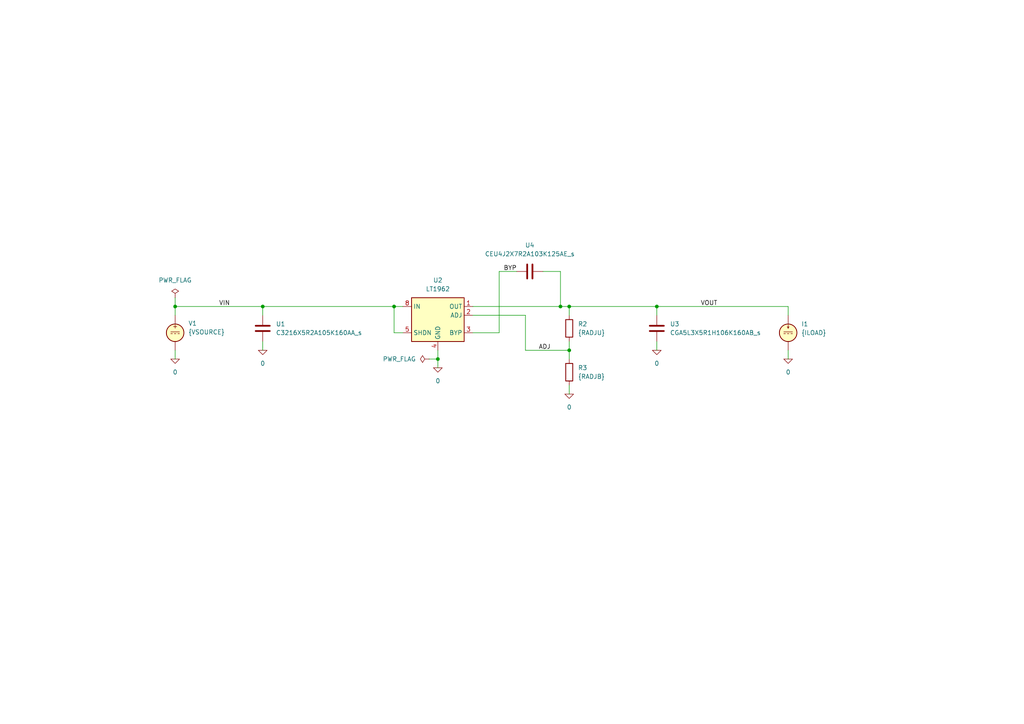
<source format=kicad_sch>
(kicad_sch
	(version 20231120)
	(generator "eeschema")
	(generator_version "8.0")
	(uuid "6a865e80-4efe-4c47-8418-caa87cb319ae")
	(paper "A4")
	(title_block
		(title "300mA, low noise, micropower LDO regulator")
		(date "2024-11-26")
		(rev "2")
		(company "astroelectronic@")
		(comment 1 "-")
		(comment 2 "-")
		(comment 3 "-")
		(comment 4 "AE01005962")
	)
	(lib_symbols
		(symbol "C_1"
			(pin_numbers hide)
			(pin_names
				(offset 0.254)
			)
			(exclude_from_sim no)
			(in_bom yes)
			(on_board yes)
			(property "Reference" "C"
				(at 0.635 2.54 0)
				(effects
					(font
						(size 1.27 1.27)
					)
					(justify left)
				)
			)
			(property "Value" "C_1"
				(at 0.635 -2.54 0)
				(effects
					(font
						(size 1.27 1.27)
					)
					(justify left)
				)
			)
			(property "Footprint" ""
				(at 0.9652 -3.81 0)
				(effects
					(font
						(size 1.27 1.27)
					)
					(hide yes)
				)
			)
			(property "Datasheet" "~"
				(at 0 0 0)
				(effects
					(font
						(size 1.27 1.27)
					)
					(hide yes)
				)
			)
			(property "Description" "Unpolarized capacitor"
				(at 0 0 0)
				(effects
					(font
						(size 1.27 1.27)
					)
					(hide yes)
				)
			)
			(property "ki_keywords" "cap capacitor"
				(at 0 0 0)
				(effects
					(font
						(size 1.27 1.27)
					)
					(hide yes)
				)
			)
			(property "ki_fp_filters" "C_*"
				(at 0 0 0)
				(effects
					(font
						(size 1.27 1.27)
					)
					(hide yes)
				)
			)
			(symbol "C_1_0_1"
				(polyline
					(pts
						(xy -2.032 -0.762) (xy 2.032 -0.762)
					)
					(stroke
						(width 0.508)
						(type default)
					)
					(fill
						(type none)
					)
				)
				(polyline
					(pts
						(xy -2.032 0.762) (xy 2.032 0.762)
					)
					(stroke
						(width 0.508)
						(type default)
					)
					(fill
						(type none)
					)
				)
			)
			(symbol "C_1_1_1"
				(pin passive line
					(at 0 3.81 270)
					(length 2.794)
					(name "~"
						(effects
							(font
								(size 1.27 1.27)
							)
						)
					)
					(number "1"
						(effects
							(font
								(size 1.27 1.27)
							)
						)
					)
				)
				(pin passive line
					(at 0 -3.81 90)
					(length 2.794)
					(name "~"
						(effects
							(font
								(size 1.27 1.27)
							)
						)
					)
					(number "2"
						(effects
							(font
								(size 1.27 1.27)
							)
						)
					)
				)
			)
		)
		(symbol "C_2"
			(pin_numbers hide)
			(pin_names
				(offset 0.254)
			)
			(exclude_from_sim no)
			(in_bom yes)
			(on_board yes)
			(property "Reference" "C"
				(at 0.635 2.54 0)
				(effects
					(font
						(size 1.27 1.27)
					)
					(justify left)
				)
			)
			(property "Value" "C_2"
				(at 0.635 -2.54 0)
				(effects
					(font
						(size 1.27 1.27)
					)
					(justify left)
				)
			)
			(property "Footprint" ""
				(at 0.9652 -3.81 0)
				(effects
					(font
						(size 1.27 1.27)
					)
					(hide yes)
				)
			)
			(property "Datasheet" "~"
				(at 0 0 0)
				(effects
					(font
						(size 1.27 1.27)
					)
					(hide yes)
				)
			)
			(property "Description" "Unpolarized capacitor"
				(at 0 0 0)
				(effects
					(font
						(size 1.27 1.27)
					)
					(hide yes)
				)
			)
			(property "ki_keywords" "cap capacitor"
				(at 0 0 0)
				(effects
					(font
						(size 1.27 1.27)
					)
					(hide yes)
				)
			)
			(property "ki_fp_filters" "C_*"
				(at 0 0 0)
				(effects
					(font
						(size 1.27 1.27)
					)
					(hide yes)
				)
			)
			(symbol "C_2_0_1"
				(polyline
					(pts
						(xy -2.032 -0.762) (xy 2.032 -0.762)
					)
					(stroke
						(width 0.508)
						(type default)
					)
					(fill
						(type none)
					)
				)
				(polyline
					(pts
						(xy -2.032 0.762) (xy 2.032 0.762)
					)
					(stroke
						(width 0.508)
						(type default)
					)
					(fill
						(type none)
					)
				)
			)
			(symbol "C_2_1_1"
				(pin passive line
					(at 0 3.81 270)
					(length 2.794)
					(name "~"
						(effects
							(font
								(size 1.27 1.27)
							)
						)
					)
					(number "1"
						(effects
							(font
								(size 1.27 1.27)
							)
						)
					)
				)
				(pin passive line
					(at 0 -3.81 90)
					(length 2.794)
					(name "~"
						(effects
							(font
								(size 1.27 1.27)
							)
						)
					)
					(number "2"
						(effects
							(font
								(size 1.27 1.27)
							)
						)
					)
				)
			)
		)
		(symbol "LT1962:0"
			(power)
			(pin_names
				(offset 0)
			)
			(exclude_from_sim no)
			(in_bom yes)
			(on_board yes)
			(property "Reference" "#GND"
				(at 0 -2.54 0)
				(effects
					(font
						(size 1.27 1.27)
					)
					(hide yes)
				)
			)
			(property "Value" "0"
				(at 0 -1.778 0)
				(effects
					(font
						(size 1.27 1.27)
					)
				)
			)
			(property "Footprint" ""
				(at 0 0 0)
				(effects
					(font
						(size 1.27 1.27)
					)
					(hide yes)
				)
			)
			(property "Datasheet" "~"
				(at 0 0 0)
				(effects
					(font
						(size 1.27 1.27)
					)
					(hide yes)
				)
			)
			(property "Description" "0V reference potential for simulation"
				(at 0 0 0)
				(effects
					(font
						(size 1.27 1.27)
					)
					(hide yes)
				)
			)
			(property "ki_keywords" "simulation"
				(at 0 0 0)
				(effects
					(font
						(size 1.27 1.27)
					)
					(hide yes)
				)
			)
			(symbol "0_0_1"
				(polyline
					(pts
						(xy -1.27 0) (xy 0 -1.27) (xy 1.27 0) (xy -1.27 0)
					)
					(stroke
						(width 0)
						(type default)
					)
					(fill
						(type none)
					)
				)
			)
			(symbol "0_1_1"
				(pin power_in line
					(at 0 0 0)
					(length 0) hide
					(name "0"
						(effects
							(font
								(size 1.016 1.016)
							)
						)
					)
					(number "1"
						(effects
							(font
								(size 1.016 1.016)
							)
						)
					)
				)
			)
		)
		(symbol "LT1962:C"
			(pin_numbers hide)
			(pin_names
				(offset 0.254)
			)
			(exclude_from_sim no)
			(in_bom yes)
			(on_board yes)
			(property "Reference" "C"
				(at 0.635 2.54 0)
				(effects
					(font
						(size 1.27 1.27)
					)
					(justify left)
				)
			)
			(property "Value" "C"
				(at 0.635 -2.54 0)
				(effects
					(font
						(size 1.27 1.27)
					)
					(justify left)
				)
			)
			(property "Footprint" ""
				(at 0.9652 -3.81 0)
				(effects
					(font
						(size 1.27 1.27)
					)
					(hide yes)
				)
			)
			(property "Datasheet" "~"
				(at 0 0 0)
				(effects
					(font
						(size 1.27 1.27)
					)
					(hide yes)
				)
			)
			(property "Description" "Unpolarized capacitor"
				(at 0 0 0)
				(effects
					(font
						(size 1.27 1.27)
					)
					(hide yes)
				)
			)
			(property "ki_keywords" "cap capacitor"
				(at 0 0 0)
				(effects
					(font
						(size 1.27 1.27)
					)
					(hide yes)
				)
			)
			(property "ki_fp_filters" "C_*"
				(at 0 0 0)
				(effects
					(font
						(size 1.27 1.27)
					)
					(hide yes)
				)
			)
			(symbol "C_0_1"
				(polyline
					(pts
						(xy -2.032 -0.762) (xy 2.032 -0.762)
					)
					(stroke
						(width 0.508)
						(type default)
					)
					(fill
						(type none)
					)
				)
				(polyline
					(pts
						(xy -2.032 0.762) (xy 2.032 0.762)
					)
					(stroke
						(width 0.508)
						(type default)
					)
					(fill
						(type none)
					)
				)
			)
			(symbol "C_1_1"
				(pin passive line
					(at 0 3.81 270)
					(length 2.794)
					(name "~"
						(effects
							(font
								(size 1.27 1.27)
							)
						)
					)
					(number "1"
						(effects
							(font
								(size 1.27 1.27)
							)
						)
					)
				)
				(pin passive line
					(at 0 -3.81 90)
					(length 2.794)
					(name "~"
						(effects
							(font
								(size 1.27 1.27)
							)
						)
					)
					(number "2"
						(effects
							(font
								(size 1.27 1.27)
							)
						)
					)
				)
			)
		)
		(symbol "LT1962:IDC"
			(pin_numbers hide)
			(pin_names
				(offset 0.0254)
			)
			(exclude_from_sim no)
			(in_bom yes)
			(on_board yes)
			(property "Reference" "I"
				(at 2.54 2.54 0)
				(effects
					(font
						(size 1.27 1.27)
					)
					(justify left)
				)
			)
			(property "Value" "1"
				(at 2.54 0 0)
				(effects
					(font
						(size 1.27 1.27)
					)
					(justify left)
				)
			)
			(property "Footprint" ""
				(at 0 0 0)
				(effects
					(font
						(size 1.27 1.27)
					)
					(hide yes)
				)
			)
			(property "Datasheet" "~"
				(at 0 0 0)
				(effects
					(font
						(size 1.27 1.27)
					)
					(hide yes)
				)
			)
			(property "Description" "Current source, DC"
				(at 0 0 0)
				(effects
					(font
						(size 1.27 1.27)
					)
					(hide yes)
				)
			)
			(property "Sim.Pins" "1=+ 2=-"
				(at 0 0 0)
				(effects
					(font
						(size 1.27 1.27)
					)
					(hide yes)
				)
			)
			(property "Sim.Type" "DC"
				(at 0 0 0)
				(effects
					(font
						(size 1.27 1.27)
					)
					(hide yes)
				)
			)
			(property "Sim.Device" "I"
				(at 0 0 0)
				(effects
					(font
						(size 1.27 1.27)
					)
					(justify left)
					(hide yes)
				)
			)
			(property "Spice_Netlist_Enabled" "Y"
				(at 0 0 0)
				(effects
					(font
						(size 1.27 1.27)
					)
					(justify left)
					(hide yes)
				)
			)
			(property "ki_keywords" "simulation"
				(at 0 0 0)
				(effects
					(font
						(size 1.27 1.27)
					)
					(hide yes)
				)
			)
			(symbol "IDC_0_0"
				(polyline
					(pts
						(xy -1.27 0.254) (xy 1.27 0.254)
					)
					(stroke
						(width 0)
						(type default)
					)
					(fill
						(type none)
					)
				)
				(polyline
					(pts
						(xy -0.762 -0.254) (xy -1.27 -0.254)
					)
					(stroke
						(width 0)
						(type default)
					)
					(fill
						(type none)
					)
				)
				(polyline
					(pts
						(xy 0.254 -0.254) (xy -0.254 -0.254)
					)
					(stroke
						(width 0)
						(type default)
					)
					(fill
						(type none)
					)
				)
				(polyline
					(pts
						(xy 1.27 -0.254) (xy 0.762 -0.254)
					)
					(stroke
						(width 0)
						(type default)
					)
					(fill
						(type none)
					)
				)
			)
			(symbol "IDC_0_1"
				(polyline
					(pts
						(xy 0 1.27) (xy 0 2.286)
					)
					(stroke
						(width 0)
						(type default)
					)
					(fill
						(type none)
					)
				)
				(polyline
					(pts
						(xy -0.254 1.778) (xy 0 1.27) (xy 0.254 1.778)
					)
					(stroke
						(width 0)
						(type default)
					)
					(fill
						(type none)
					)
				)
				(circle
					(center 0 0)
					(radius 2.54)
					(stroke
						(width 0.254)
						(type default)
					)
					(fill
						(type background)
					)
				)
			)
			(symbol "IDC_1_1"
				(pin passive line
					(at 0 5.08 270)
					(length 2.54)
					(name "~"
						(effects
							(font
								(size 1.27 1.27)
							)
						)
					)
					(number "1"
						(effects
							(font
								(size 1.27 1.27)
							)
						)
					)
				)
				(pin passive line
					(at 0 -5.08 90)
					(length 2.54)
					(name "~"
						(effects
							(font
								(size 1.27 1.27)
							)
						)
					)
					(number "2"
						(effects
							(font
								(size 1.27 1.27)
							)
						)
					)
				)
			)
		)
		(symbol "LT1962:LT1962"
			(exclude_from_sim no)
			(in_bom yes)
			(on_board yes)
			(property "Reference" "U"
				(at -7.62 8.89 0)
				(effects
					(font
						(size 1.27 1.27)
					)
					(justify left)
				)
			)
			(property "Value" "LT1962"
				(at 1.27 -6.35 0)
				(effects
					(font
						(size 1.27 1.27)
					)
					(justify left)
				)
			)
			(property "Footprint" "Package_SO:MSOP-8_3x3mm_P0.65mm"
				(at 0 -8.89 0)
				(effects
					(font
						(size 1.27 1.27)
					)
					(hide yes)
				)
			)
			(property "Datasheet" "https://www.analog.com/en/products/lt1962.html"
				(at 0 -13.97 0)
				(effects
					(font
						(size 1.27 1.27)
					)
					(hide yes)
				)
			)
			(property "Description" "300mA, Low Noise, Micropower LDO Regulator"
				(at 0 0 0)
				(effects
					(font
						(size 1.27 1.27)
					)
					(hide yes)
				)
			)
			(property "ki_keywords" "LDO ADJ"
				(at 0 0 0)
				(effects
					(font
						(size 1.27 1.27)
					)
					(hide yes)
				)
			)
			(property "ki_fp_filters" "MSOP*3x3mm*P0.65mm*"
				(at 0 0 0)
				(effects
					(font
						(size 1.27 1.27)
					)
					(hide yes)
				)
			)
			(symbol "LT1962_0_1"
				(rectangle
					(start -7.62 7.62)
					(end 7.62 -5.08)
					(stroke
						(width 0.254)
						(type default)
					)
					(fill
						(type background)
					)
				)
			)
			(symbol "LT1962_1_1"
				(pin passive line
					(at 10.16 5.08 180)
					(length 2.54)
					(name "OUT"
						(effects
							(font
								(size 1.27 1.27)
							)
						)
					)
					(number "1"
						(effects
							(font
								(size 1.27 1.27)
							)
						)
					)
				)
				(pin passive line
					(at 10.16 2.54 180)
					(length 2.54)
					(name "ADJ"
						(effects
							(font
								(size 1.27 1.27)
							)
						)
					)
					(number "2"
						(effects
							(font
								(size 1.27 1.27)
							)
						)
					)
				)
				(pin passive line
					(at 10.16 -2.54 180)
					(length 2.54)
					(name "BYP"
						(effects
							(font
								(size 1.27 1.27)
							)
						)
					)
					(number "3"
						(effects
							(font
								(size 1.27 1.27)
							)
						)
					)
				)
				(pin passive line
					(at 0 -7.62 90)
					(length 2.54)
					(name "GND"
						(effects
							(font
								(size 1.27 1.27)
							)
						)
					)
					(number "4"
						(effects
							(font
								(size 1.27 1.27)
							)
						)
					)
				)
				(pin passive line
					(at -10.16 -2.54 0)
					(length 2.54)
					(name "SHDN"
						(effects
							(font
								(size 1.27 1.27)
							)
						)
					)
					(number "5"
						(effects
							(font
								(size 1.27 1.27)
							)
						)
					)
				)
				(pin passive line
					(at -10.16 5.08 0)
					(length 2.54)
					(name "IN"
						(effects
							(font
								(size 1.27 1.27)
							)
						)
					)
					(number "8"
						(effects
							(font
								(size 1.27 1.27)
							)
						)
					)
				)
			)
		)
		(symbol "LT1962:PWR_FLAG"
			(power)
			(pin_numbers hide)
			(pin_names
				(offset 0) hide)
			(exclude_from_sim no)
			(in_bom yes)
			(on_board yes)
			(property "Reference" "#FLG"
				(at 0 1.905 0)
				(effects
					(font
						(size 1.27 1.27)
					)
					(hide yes)
				)
			)
			(property "Value" "PWR_FLAG"
				(at 0 3.81 0)
				(effects
					(font
						(size 1.27 1.27)
					)
				)
			)
			(property "Footprint" ""
				(at 0 0 0)
				(effects
					(font
						(size 1.27 1.27)
					)
					(hide yes)
				)
			)
			(property "Datasheet" "~"
				(at 0 0 0)
				(effects
					(font
						(size 1.27 1.27)
					)
					(hide yes)
				)
			)
			(property "Description" "Special symbol for telling ERC where power comes from"
				(at 0 0 0)
				(effects
					(font
						(size 1.27 1.27)
					)
					(hide yes)
				)
			)
			(property "ki_keywords" "flag power"
				(at 0 0 0)
				(effects
					(font
						(size 1.27 1.27)
					)
					(hide yes)
				)
			)
			(symbol "PWR_FLAG_0_0"
				(pin power_out line
					(at 0 0 90)
					(length 0)
					(name "pwr"
						(effects
							(font
								(size 1.27 1.27)
							)
						)
					)
					(number "1"
						(effects
							(font
								(size 1.27 1.27)
							)
						)
					)
				)
			)
			(symbol "PWR_FLAG_0_1"
				(polyline
					(pts
						(xy 0 0) (xy 0 1.27) (xy -1.016 1.905) (xy 0 2.54) (xy 1.016 1.905) (xy 0 1.27)
					)
					(stroke
						(width 0)
						(type default)
					)
					(fill
						(type none)
					)
				)
			)
		)
		(symbol "LT1962:R"
			(pin_numbers hide)
			(pin_names
				(offset 0)
			)
			(exclude_from_sim no)
			(in_bom yes)
			(on_board yes)
			(property "Reference" "R"
				(at 2.032 0 90)
				(effects
					(font
						(size 1.27 1.27)
					)
				)
			)
			(property "Value" "R"
				(at 0 0 90)
				(effects
					(font
						(size 1.27 1.27)
					)
				)
			)
			(property "Footprint" ""
				(at -1.778 0 90)
				(effects
					(font
						(size 1.27 1.27)
					)
					(hide yes)
				)
			)
			(property "Datasheet" "~"
				(at 0 0 0)
				(effects
					(font
						(size 1.27 1.27)
					)
					(hide yes)
				)
			)
			(property "Description" "Resistor"
				(at 0 0 0)
				(effects
					(font
						(size 1.27 1.27)
					)
					(hide yes)
				)
			)
			(property "ki_keywords" "R res resistor"
				(at 0 0 0)
				(effects
					(font
						(size 1.27 1.27)
					)
					(hide yes)
				)
			)
			(property "ki_fp_filters" "R_*"
				(at 0 0 0)
				(effects
					(font
						(size 1.27 1.27)
					)
					(hide yes)
				)
			)
			(symbol "R_0_1"
				(rectangle
					(start -1.016 -2.54)
					(end 1.016 2.54)
					(stroke
						(width 0.254)
						(type default)
					)
					(fill
						(type none)
					)
				)
			)
			(symbol "R_1_1"
				(pin passive line
					(at 0 3.81 270)
					(length 1.27)
					(name "~"
						(effects
							(font
								(size 1.27 1.27)
							)
						)
					)
					(number "1"
						(effects
							(font
								(size 1.27 1.27)
							)
						)
					)
				)
				(pin passive line
					(at 0 -3.81 90)
					(length 1.27)
					(name "~"
						(effects
							(font
								(size 1.27 1.27)
							)
						)
					)
					(number "2"
						(effects
							(font
								(size 1.27 1.27)
							)
						)
					)
				)
			)
		)
		(symbol "LT1962:VDC"
			(pin_numbers hide)
			(pin_names
				(offset 0.0254)
			)
			(exclude_from_sim no)
			(in_bom yes)
			(on_board yes)
			(property "Reference" "V"
				(at 2.54 2.54 0)
				(effects
					(font
						(size 1.27 1.27)
					)
					(justify left)
				)
			)
			(property "Value" "1"
				(at 2.54 0 0)
				(effects
					(font
						(size 1.27 1.27)
					)
					(justify left)
				)
			)
			(property "Footprint" ""
				(at 0 0 0)
				(effects
					(font
						(size 1.27 1.27)
					)
					(hide yes)
				)
			)
			(property "Datasheet" "~"
				(at 0 0 0)
				(effects
					(font
						(size 1.27 1.27)
					)
					(hide yes)
				)
			)
			(property "Description" "Voltage source, DC"
				(at 0 0 0)
				(effects
					(font
						(size 1.27 1.27)
					)
					(hide yes)
				)
			)
			(property "Sim.Pins" "1=+ 2=-"
				(at 0 0 0)
				(effects
					(font
						(size 1.27 1.27)
					)
					(hide yes)
				)
			)
			(property "Sim.Type" "DC"
				(at 0 0 0)
				(effects
					(font
						(size 1.27 1.27)
					)
					(hide yes)
				)
			)
			(property "Sim.Device" "V"
				(at 0 0 0)
				(effects
					(font
						(size 1.27 1.27)
					)
					(justify left)
					(hide yes)
				)
			)
			(property "Spice_Netlist_Enabled" "Y"
				(at 0 0 0)
				(effects
					(font
						(size 1.27 1.27)
					)
					(justify left)
					(hide yes)
				)
			)
			(property "ki_keywords" "simulation"
				(at 0 0 0)
				(effects
					(font
						(size 1.27 1.27)
					)
					(hide yes)
				)
			)
			(symbol "VDC_0_0"
				(polyline
					(pts
						(xy -1.27 0.254) (xy 1.27 0.254)
					)
					(stroke
						(width 0)
						(type default)
					)
					(fill
						(type none)
					)
				)
				(polyline
					(pts
						(xy -0.762 -0.254) (xy -1.27 -0.254)
					)
					(stroke
						(width 0)
						(type default)
					)
					(fill
						(type none)
					)
				)
				(polyline
					(pts
						(xy 0.254 -0.254) (xy -0.254 -0.254)
					)
					(stroke
						(width 0)
						(type default)
					)
					(fill
						(type none)
					)
				)
				(polyline
					(pts
						(xy 1.27 -0.254) (xy 0.762 -0.254)
					)
					(stroke
						(width 0)
						(type default)
					)
					(fill
						(type none)
					)
				)
				(text "+"
					(at 0 1.905 0)
					(effects
						(font
							(size 1.27 1.27)
						)
					)
				)
			)
			(symbol "VDC_0_1"
				(circle
					(center 0 0)
					(radius 2.54)
					(stroke
						(width 0.254)
						(type default)
					)
					(fill
						(type background)
					)
				)
			)
			(symbol "VDC_1_1"
				(pin passive line
					(at 0 5.08 270)
					(length 2.54)
					(name "~"
						(effects
							(font
								(size 1.27 1.27)
							)
						)
					)
					(number "1"
						(effects
							(font
								(size 1.27 1.27)
							)
						)
					)
				)
				(pin passive line
					(at 0 -5.08 90)
					(length 2.54)
					(name "~"
						(effects
							(font
								(size 1.27 1.27)
							)
						)
					)
					(number "2"
						(effects
							(font
								(size 1.27 1.27)
							)
						)
					)
				)
			)
		)
	)
	(junction
		(at 190.5 88.9)
		(diameter 0)
		(color 0 0 0 0)
		(uuid "11109602-1aa3-4662-aaee-cd7778ed68d3")
	)
	(junction
		(at 165.1 88.9)
		(diameter 0)
		(color 0 0 0 0)
		(uuid "42864d58-f36f-475f-827e-a50cd7d9d3a0")
	)
	(junction
		(at 165.1 101.6)
		(diameter 0)
		(color 0 0 0 0)
		(uuid "572f6b32-03c9-4d27-afda-0f6f65180ffc")
	)
	(junction
		(at 114.3 88.9)
		(diameter 0)
		(color 0 0 0 0)
		(uuid "b39e8e9d-ae41-4396-83ce-97e05f76f74b")
	)
	(junction
		(at 50.8 88.9)
		(diameter 0)
		(color 0 0 0 0)
		(uuid "b8a210d7-bdf1-4456-8c25-8a82d5c7f6cf")
	)
	(junction
		(at 76.2 88.9)
		(diameter 0)
		(color 0 0 0 0)
		(uuid "d6a02af8-1190-42d4-8ada-9f6c6c253d1c")
	)
	(junction
		(at 127 104.14)
		(diameter 0)
		(color 0 0 0 0)
		(uuid "db638b4a-fca0-4113-af5b-9bc4768de372")
	)
	(junction
		(at 162.56 88.9)
		(diameter 0)
		(color 0 0 0 0)
		(uuid "e56bf53c-4896-46ba-96a5-d14fd9de9b1c")
	)
	(wire
		(pts
			(xy 228.6 91.44) (xy 228.6 88.9)
		)
		(stroke
			(width 0)
			(type default)
		)
		(uuid "1356824a-1a49-43ac-856e-20d1d948a33f")
	)
	(wire
		(pts
			(xy 165.1 101.6) (xy 165.1 104.14)
		)
		(stroke
			(width 0)
			(type default)
		)
		(uuid "14ba19cc-cab9-4115-9733-11cb6575238a")
	)
	(wire
		(pts
			(xy 137.16 88.9) (xy 162.56 88.9)
		)
		(stroke
			(width 0)
			(type default)
		)
		(uuid "1ae5ca87-ec10-49a3-9ec7-92a45321f401")
	)
	(wire
		(pts
			(xy 162.56 78.74) (xy 162.56 88.9)
		)
		(stroke
			(width 0)
			(type default)
		)
		(uuid "1f9a22d2-25fa-4263-88eb-36e29ed63ffe")
	)
	(wire
		(pts
			(xy 76.2 99.06) (xy 76.2 101.6)
		)
		(stroke
			(width 0)
			(type default)
		)
		(uuid "24428103-292a-4d56-b6a0-2b2cef0552a0")
	)
	(wire
		(pts
			(xy 190.5 99.06) (xy 190.5 101.6)
		)
		(stroke
			(width 0)
			(type default)
		)
		(uuid "2a8d9f39-7015-4ef9-b3b6-73b8662dda40")
	)
	(wire
		(pts
			(xy 165.1 88.9) (xy 190.5 88.9)
		)
		(stroke
			(width 0)
			(type default)
		)
		(uuid "2ce9b536-4aa0-456b-a68c-eaf45f9c02d5")
	)
	(wire
		(pts
			(xy 157.48 78.74) (xy 162.56 78.74)
		)
		(stroke
			(width 0)
			(type default)
		)
		(uuid "3e12cef3-24ae-43e1-b012-60c374d86fe7")
	)
	(wire
		(pts
			(xy 152.4 101.6) (xy 152.4 91.44)
		)
		(stroke
			(width 0)
			(type default)
		)
		(uuid "402b2bd6-696d-4f28-a7b0-dccac81289c1")
	)
	(wire
		(pts
			(xy 127 101.6) (xy 127 104.14)
		)
		(stroke
			(width 0)
			(type default)
		)
		(uuid "5aa00d47-abc6-48c1-9c9d-2e2c7735ba12")
	)
	(wire
		(pts
			(xy 190.5 91.44) (xy 190.5 88.9)
		)
		(stroke
			(width 0)
			(type default)
		)
		(uuid "62d26abd-ba0c-4339-a528-0b145ba7bae8")
	)
	(wire
		(pts
			(xy 162.56 88.9) (xy 165.1 88.9)
		)
		(stroke
			(width 0)
			(type default)
		)
		(uuid "64eaf650-cccc-481c-bce3-8190231b3656")
	)
	(wire
		(pts
			(xy 165.1 111.76) (xy 165.1 114.3)
		)
		(stroke
			(width 0)
			(type default)
		)
		(uuid "66d77bf9-f843-4274-8fb3-9aacf38ee482")
	)
	(wire
		(pts
			(xy 144.78 96.52) (xy 144.78 78.74)
		)
		(stroke
			(width 0)
			(type default)
		)
		(uuid "6b067ced-b3fd-4ad8-955d-6840ab7ce0ed")
	)
	(wire
		(pts
			(xy 114.3 88.9) (xy 116.84 88.9)
		)
		(stroke
			(width 0)
			(type default)
		)
		(uuid "728f4d99-dd70-4017-8d73-471ab7afc576")
	)
	(wire
		(pts
			(xy 228.6 101.6) (xy 228.6 104.14)
		)
		(stroke
			(width 0)
			(type default)
		)
		(uuid "7eec934c-6cc3-47eb-b91a-74863d77add4")
	)
	(wire
		(pts
			(xy 190.5 88.9) (xy 228.6 88.9)
		)
		(stroke
			(width 0)
			(type default)
		)
		(uuid "a77d93fd-8c8f-476d-ba10-649967172bbb")
	)
	(wire
		(pts
			(xy 116.84 96.52) (xy 114.3 96.52)
		)
		(stroke
			(width 0)
			(type default)
		)
		(uuid "ae493a04-70d8-4322-ac57-bcd6555ada5f")
	)
	(wire
		(pts
			(xy 50.8 88.9) (xy 76.2 88.9)
		)
		(stroke
			(width 0)
			(type default)
		)
		(uuid "be1c155e-5797-4fb6-a745-d1cc0aa3264c")
	)
	(wire
		(pts
			(xy 152.4 91.44) (xy 137.16 91.44)
		)
		(stroke
			(width 0)
			(type default)
		)
		(uuid "beab285e-4cf5-4b94-932f-98c0d9b4a2f7")
	)
	(wire
		(pts
			(xy 76.2 88.9) (xy 114.3 88.9)
		)
		(stroke
			(width 0)
			(type default)
		)
		(uuid "c0a03b20-53c0-4226-8bf9-f9dd00325717")
	)
	(wire
		(pts
			(xy 144.78 78.74) (xy 149.86 78.74)
		)
		(stroke
			(width 0)
			(type default)
		)
		(uuid "c9f7ce6d-b915-43f9-badc-96f6c3f4cc85")
	)
	(wire
		(pts
			(xy 76.2 88.9) (xy 76.2 91.44)
		)
		(stroke
			(width 0)
			(type default)
		)
		(uuid "ca25e6f0-9cd2-4f65-a389-a3cfbade2b23")
	)
	(wire
		(pts
			(xy 127 104.14) (xy 124.46 104.14)
		)
		(stroke
			(width 0)
			(type default)
		)
		(uuid "cd2ecde7-a2b7-46e7-a79f-53450da65f90")
	)
	(wire
		(pts
			(xy 127 104.14) (xy 127 106.68)
		)
		(stroke
			(width 0)
			(type default)
		)
		(uuid "d1a94bdd-7134-4c78-a2d5-f25a4b0923eb")
	)
	(wire
		(pts
			(xy 165.1 88.9) (xy 165.1 91.44)
		)
		(stroke
			(width 0)
			(type default)
		)
		(uuid "d2b6b60c-8c64-4daa-b0f6-ba30cb3cf25e")
	)
	(wire
		(pts
			(xy 50.8 91.44) (xy 50.8 88.9)
		)
		(stroke
			(width 0)
			(type default)
		)
		(uuid "d2e956d2-fcf1-459e-9dd1-96352e8b6efe")
	)
	(wire
		(pts
			(xy 50.8 86.36) (xy 50.8 88.9)
		)
		(stroke
			(width 0)
			(type default)
		)
		(uuid "d4c083b6-708b-40dc-8a8d-47118ff17940")
	)
	(wire
		(pts
			(xy 165.1 99.06) (xy 165.1 101.6)
		)
		(stroke
			(width 0)
			(type default)
		)
		(uuid "d9561174-456d-4a2a-9f06-a8e41ae2ae6a")
	)
	(wire
		(pts
			(xy 50.8 101.6) (xy 50.8 104.14)
		)
		(stroke
			(width 0)
			(type default)
		)
		(uuid "e6e488de-6bbe-4325-8661-1fc9a3c093c3")
	)
	(wire
		(pts
			(xy 152.4 101.6) (xy 165.1 101.6)
		)
		(stroke
			(width 0)
			(type default)
		)
		(uuid "edf6db8c-9142-4bc6-8df1-2e9ad88b3a67")
	)
	(wire
		(pts
			(xy 137.16 96.52) (xy 144.78 96.52)
		)
		(stroke
			(width 0)
			(type default)
		)
		(uuid "f5962048-8f0a-4308-a852-88564143432a")
	)
	(wire
		(pts
			(xy 114.3 88.9) (xy 114.3 96.52)
		)
		(stroke
			(width 0)
			(type default)
		)
		(uuid "f9934a19-2288-4e27-bfed-a4784850ea40")
	)
	(label "BYP"
		(at 146.05 78.74 0)
		(fields_autoplaced yes)
		(effects
			(font
				(size 1.27 1.27)
			)
			(justify left bottom)
		)
		(uuid "1e58825a-1c32-4081-a232-429e898a4eac")
	)
	(label "VOUT"
		(at 203.2 88.9 0)
		(fields_autoplaced yes)
		(effects
			(font
				(size 1.27 1.27)
			)
			(justify left bottom)
		)
		(uuid "24762aca-e450-47b5-8e72-e7098422ca6b")
	)
	(label "ADJ"
		(at 156.21 101.6 0)
		(fields_autoplaced yes)
		(effects
			(font
				(size 1.27 1.27)
			)
			(justify left bottom)
		)
		(uuid "81ea7eac-d918-446e-8f07-195c3b50ec83")
	)
	(label "VIN"
		(at 63.5 88.9 0)
		(fields_autoplaced yes)
		(effects
			(font
				(size 1.27 1.27)
			)
			(justify left bottom)
		)
		(uuid "ce8c0197-12fa-46ad-99d9-f8922b3114cb")
	)
	(symbol
		(lib_id "LT1962:0")
		(at 76.2 101.6 0)
		(unit 1)
		(exclude_from_sim no)
		(in_bom yes)
		(on_board yes)
		(dnp no)
		(fields_autoplaced yes)
		(uuid "0268f42e-e91b-4228-ae8f-e4c54ec3fe40")
		(property "Reference" "#GND0106"
			(at 76.2 104.14 0)
			(effects
				(font
					(size 1.27 1.27)
				)
				(hide yes)
			)
		)
		(property "Value" "0"
			(at 76.2 105.41 0)
			(effects
				(font
					(size 1.27 1.27)
				)
			)
		)
		(property "Footprint" ""
			(at 76.2 101.6 0)
			(effects
				(font
					(size 1.27 1.27)
				)
				(hide yes)
			)
		)
		(property "Datasheet" "~"
			(at 76.2 101.6 0)
			(effects
				(font
					(size 1.27 1.27)
				)
				(hide yes)
			)
		)
		(property "Description" ""
			(at 76.2 101.6 0)
			(effects
				(font
					(size 1.27 1.27)
				)
				(hide yes)
			)
		)
		(pin "1"
			(uuid "87809094-6005-4f08-a78c-1cb4819790d4")
		)
		(instances
			(project ""
				(path "/6a865e80-4efe-4c47-8418-caa87cb319ae"
					(reference "#GND0106")
					(unit 1)
				)
			)
			(project ""
				(path "/b2453f98-3b39-4d2d-9636-b4ffa93d1377"
					(reference "#GND0106")
					(unit 1)
				)
			)
		)
	)
	(symbol
		(lib_id "LT1962:LT1962")
		(at 127 93.98 0)
		(unit 1)
		(exclude_from_sim no)
		(in_bom yes)
		(on_board yes)
		(dnp no)
		(fields_autoplaced yes)
		(uuid "18209ba6-61ce-431e-8350-18a806b6409b")
		(property "Reference" "U2"
			(at 127 81.28 0)
			(effects
				(font
					(size 1.27 1.27)
				)
			)
		)
		(property "Value" "LT1962"
			(at 127 83.82 0)
			(effects
				(font
					(size 1.27 1.27)
				)
			)
		)
		(property "Footprint" "Package_SO:MSOP-8_3x3mm_P0.65mm"
			(at 127 102.87 0)
			(effects
				(font
					(size 1.27 1.27)
				)
				(hide yes)
			)
		)
		(property "Datasheet" "https://www.analog.com/en/products/lt1962.html"
			(at 127 107.95 0)
			(effects
				(font
					(size 1.27 1.27)
				)
				(hide yes)
			)
		)
		(property "Description" ""
			(at 127 93.98 0)
			(effects
				(font
					(size 1.27 1.27)
				)
				(hide yes)
			)
		)
		(property "Sim.Device" "SUBCKT"
			(at 127 93.98 0)
			(effects
				(font
					(size 1.27 1.27)
				)
				(hide yes)
			)
		)
		(property "Sim.Pins" "1=1 2=2 3=3 4=4 5=5 8=8"
			(at 0 -10.16 0)
			(effects
				(font
					(size 1.27 1.27)
				)
				(hide yes)
			)
		)
		(property "Sim.Library" "_models\\LT1962.lib"
			(at 127 93.98 0)
			(effects
				(font
					(size 1.27 1.27)
				)
				(hide yes)
			)
		)
		(property "Sim.Name" "LT1962"
			(at 127 93.98 0)
			(effects
				(font
					(size 1.27 1.27)
				)
				(hide yes)
			)
		)
		(pin "1"
			(uuid "691ecd5b-2ad7-40f0-85c5-93f1aa13d9db")
		)
		(pin "2"
			(uuid "2577eacf-9c0f-4324-b9cf-5ee0891169fe")
		)
		(pin "3"
			(uuid "912e74c5-696c-41e3-acd8-b45ce683fb41")
		)
		(pin "4"
			(uuid "fb2ab89e-f2ff-4503-9d57-9f1cdf9979db")
		)
		(pin "5"
			(uuid "22aa26bd-d5b0-4333-81fd-caba16a5eb57")
		)
		(pin "8"
			(uuid "df04cfde-e5b0-4120-8a3e-de31ffc3f8e3")
		)
		(instances
			(project ""
				(path "/6a865e80-4efe-4c47-8418-caa87cb319ae"
					(reference "U2")
					(unit 1)
				)
			)
			(project ""
				(path "/b2453f98-3b39-4d2d-9636-b4ffa93d1377"
					(reference "U2")
					(unit 1)
				)
			)
		)
	)
	(symbol
		(lib_id "LT1962:0")
		(at 50.8 104.14 0)
		(unit 1)
		(exclude_from_sim no)
		(in_bom yes)
		(on_board yes)
		(dnp no)
		(fields_autoplaced yes)
		(uuid "2636227d-dfd1-4aac-8057-54746b3d0781")
		(property "Reference" "#GND0105"
			(at 50.8 106.68 0)
			(effects
				(font
					(size 1.27 1.27)
				)
				(hide yes)
			)
		)
		(property "Value" "0"
			(at 50.8 107.95 0)
			(effects
				(font
					(size 1.27 1.27)
				)
			)
		)
		(property "Footprint" ""
			(at 50.8 104.14 0)
			(effects
				(font
					(size 1.27 1.27)
				)
				(hide yes)
			)
		)
		(property "Datasheet" "~"
			(at 50.8 104.14 0)
			(effects
				(font
					(size 1.27 1.27)
				)
				(hide yes)
			)
		)
		(property "Description" ""
			(at 50.8 104.14 0)
			(effects
				(font
					(size 1.27 1.27)
				)
				(hide yes)
			)
		)
		(pin "1"
			(uuid "f6042a3f-6901-42ff-989d-e64f26386100")
		)
		(instances
			(project ""
				(path "/6a865e80-4efe-4c47-8418-caa87cb319ae"
					(reference "#GND0105")
					(unit 1)
				)
			)
			(project ""
				(path "/b2453f98-3b39-4d2d-9636-b4ffa93d1377"
					(reference "#GND0105")
					(unit 1)
				)
			)
		)
	)
	(symbol
		(lib_name "LT1962:IDC")
		(lib_id "LT1962:IDC")
		(at 228.6 96.52 0)
		(unit 1)
		(exclude_from_sim no)
		(in_bom yes)
		(on_board yes)
		(dnp no)
		(fields_autoplaced yes)
		(uuid "298384bb-7d38-4da4-8df4-4a5870f13a7e")
		(property "Reference" "I1"
			(at 232.41 93.9799 0)
			(effects
				(font
					(size 1.27 1.27)
				)
				(justify left)
			)
		)
		(property "Value" "{ILOAD}"
			(at 232.41 96.5199 0)
			(effects
				(font
					(size 1.27 1.27)
				)
				(justify left)
			)
		)
		(property "Footprint" ""
			(at 228.6 96.52 0)
			(effects
				(font
					(size 1.27 1.27)
				)
				(hide yes)
			)
		)
		(property "Datasheet" "~"
			(at 228.6 96.52 0)
			(effects
				(font
					(size 1.27 1.27)
				)
				(hide yes)
			)
		)
		(property "Description" ""
			(at 228.6 96.52 0)
			(effects
				(font
					(size 1.27 1.27)
				)
				(hide yes)
			)
		)
		(property "Sim.Device" "SPICE"
			(at 228.6 96.52 0)
			(effects
				(font
					(size 1.27 1.27)
				)
				(justify left)
				(hide yes)
			)
		)
		(property "Sim.Params" "type=\"I\" model=\"{ILOAD}\" lib=\"\""
			(at 0 -10.16 0)
			(effects
				(font
					(size 1.27 1.27)
				)
				(hide yes)
			)
		)
		(property "Sim.Pins" "1=1 2=2"
			(at 0 -10.16 0)
			(effects
				(font
					(size 1.27 1.27)
				)
				(hide yes)
			)
		)
		(pin "1"
			(uuid "32a72a8c-2687-4119-9922-5a673c19d69c")
		)
		(pin "2"
			(uuid "079d57c3-5333-4c39-8798-a4a1eaea928b")
		)
		(instances
			(project ""
				(path "/6a865e80-4efe-4c47-8418-caa87cb319ae"
					(reference "I1")
					(unit 1)
				)
			)
			(project ""
				(path "/b2453f98-3b39-4d2d-9636-b4ffa93d1377"
					(reference "I1")
					(unit 1)
				)
			)
		)
	)
	(symbol
		(lib_id "LT1962:C")
		(at 153.67 78.74 90)
		(unit 1)
		(exclude_from_sim no)
		(in_bom yes)
		(on_board yes)
		(dnp no)
		(fields_autoplaced yes)
		(uuid "2aeffed0-e189-4427-b800-13a223d4bc01")
		(property "Reference" "U4"
			(at 153.67 71.12 90)
			(effects
				(font
					(size 1.27 1.27)
				)
			)
		)
		(property "Value" "CEU4J2X7R2A103K125AE_s"
			(at 153.67 73.66 90)
			(effects
				(font
					(size 1.27 1.27)
				)
			)
		)
		(property "Footprint" ""
			(at 157.48 77.7748 0)
			(effects
				(font
					(size 1.27 1.27)
				)
				(hide yes)
			)
		)
		(property "Datasheet" "~"
			(at 153.67 78.74 0)
			(effects
				(font
					(size 1.27 1.27)
				)
				(hide yes)
			)
		)
		(property "Description" ""
			(at 153.67 78.74 0)
			(effects
				(font
					(size 1.27 1.27)
				)
				(hide yes)
			)
		)
		(property "Sim.Device" "SUBCKT"
			(at 153.67 78.74 0)
			(effects
				(font
					(size 1.27 1.27)
				)
				(hide yes)
			)
		)
		(property "Sim.Pins" "1=n1 2=n2"
			(at 0 -10.16 0)
			(effects
				(font
					(size 1.27 1.27)
				)
				(hide yes)
			)
		)
		(property "Sim.Library" "_models\\CEU4J2X7R2A103K125AE_s.mod"
			(at 153.67 78.74 0)
			(effects
				(font
					(size 1.27 1.27)
				)
				(hide yes)
			)
		)
		(property "Sim.Name" "CEU4J2X7R2A103K125AE_s"
			(at 153.67 78.74 0)
			(effects
				(font
					(size 1.27 1.27)
				)
				(hide yes)
			)
		)
		(pin "1"
			(uuid "f9a9ad2e-d8c6-46b2-9c93-c1b67bc4aa73")
		)
		(pin "2"
			(uuid "22960fff-5845-4d3d-90f6-0f60569bdacd")
		)
		(instances
			(project ""
				(path "/6a865e80-4efe-4c47-8418-caa87cb319ae"
					(reference "U4")
					(unit 1)
				)
			)
			(project ""
				(path "/b2453f98-3b39-4d2d-9636-b4ffa93d1377"
					(reference "U4")
					(unit 1)
				)
			)
		)
	)
	(symbol
		(lib_id "LT1962:R")
		(at 165.1 95.25 0)
		(unit 1)
		(exclude_from_sim no)
		(in_bom yes)
		(on_board yes)
		(dnp no)
		(fields_autoplaced yes)
		(uuid "5179e288-479b-4b93-b9e7-fe29fddc8aad")
		(property "Reference" "R2"
			(at 167.64 93.9799 0)
			(effects
				(font
					(size 1.27 1.27)
				)
				(justify left)
			)
		)
		(property "Value" "{RADJU}"
			(at 167.64 96.5199 0)
			(effects
				(font
					(size 1.27 1.27)
				)
				(justify left)
			)
		)
		(property "Footprint" ""
			(at 163.322 95.25 90)
			(effects
				(font
					(size 1.27 1.27)
				)
				(hide yes)
			)
		)
		(property "Datasheet" "~"
			(at 165.1 95.25 0)
			(effects
				(font
					(size 1.27 1.27)
				)
				(hide yes)
			)
		)
		(property "Description" ""
			(at 165.1 95.25 0)
			(effects
				(font
					(size 1.27 1.27)
				)
				(hide yes)
			)
		)
		(pin "1"
			(uuid "75160e0e-ec09-455e-97e7-7d760a083bc9")
		)
		(pin "2"
			(uuid "4f80291a-1c8e-4654-b7d9-bc61f549b91b")
		)
		(instances
			(project ""
				(path "/b2453f98-3b39-4d2d-9636-b4ffa93d1377"
					(reference "R2")
					(unit 1)
				)
			)
		)
	)
	(symbol
		(lib_id "LT1962:0")
		(at 228.6 104.14 0)
		(unit 1)
		(exclude_from_sim no)
		(in_bom yes)
		(on_board yes)
		(dnp no)
		(fields_autoplaced yes)
		(uuid "88696210-2337-49e0-a868-846f60638ba6")
		(property "Reference" "#GND0102"
			(at 228.6 106.68 0)
			(effects
				(font
					(size 1.27 1.27)
				)
				(hide yes)
			)
		)
		(property "Value" "0"
			(at 228.6 107.95 0)
			(effects
				(font
					(size 1.27 1.27)
				)
			)
		)
		(property "Footprint" ""
			(at 228.6 104.14 0)
			(effects
				(font
					(size 1.27 1.27)
				)
				(hide yes)
			)
		)
		(property "Datasheet" "~"
			(at 228.6 104.14 0)
			(effects
				(font
					(size 1.27 1.27)
				)
				(hide yes)
			)
		)
		(property "Description" ""
			(at 228.6 104.14 0)
			(effects
				(font
					(size 1.27 1.27)
				)
				(hide yes)
			)
		)
		(pin "1"
			(uuid "3cade351-21d9-4845-8a9e-625ec023cc55")
		)
		(instances
			(project ""
				(path "/6a865e80-4efe-4c47-8418-caa87cb319ae"
					(reference "#GND0102")
					(unit 1)
				)
			)
			(project ""
				(path "/b2453f98-3b39-4d2d-9636-b4ffa93d1377"
					(reference "#GND0102")
					(unit 1)
				)
			)
		)
	)
	(symbol
		(lib_id "LT1962:PWR_FLAG")
		(at 124.46 104.14 90)
		(unit 1)
		(exclude_from_sim no)
		(in_bom yes)
		(on_board yes)
		(dnp no)
		(fields_autoplaced yes)
		(uuid "91e4f036-2f34-4b1f-8ea4-8ab8111a0c38")
		(property "Reference" "#FLG02"
			(at 122.555 104.14 0)
			(effects
				(font
					(size 1.27 1.27)
				)
				(hide yes)
			)
		)
		(property "Value" "PWR_FLAG"
			(at 120.65 104.1399 90)
			(effects
				(font
					(size 1.27 1.27)
				)
				(justify left)
			)
		)
		(property "Footprint" ""
			(at 124.46 104.14 0)
			(effects
				(font
					(size 1.27 1.27)
				)
				(hide yes)
			)
		)
		(property "Datasheet" "~"
			(at 124.46 104.14 0)
			(effects
				(font
					(size 1.27 1.27)
				)
				(hide yes)
			)
		)
		(property "Description" ""
			(at 124.46 104.14 0)
			(effects
				(font
					(size 1.27 1.27)
				)
				(hide yes)
			)
		)
		(pin "1"
			(uuid "24b57ba5-7f01-46a1-9acf-01152a44b808")
		)
		(instances
			(project ""
				(path "/6a865e80-4efe-4c47-8418-caa87cb319ae"
					(reference "#FLG02")
					(unit 1)
				)
			)
			(project ""
				(path "/b2453f98-3b39-4d2d-9636-b4ffa93d1377"
					(reference "#FLG02")
					(unit 1)
				)
			)
		)
	)
	(symbol
		(lib_id "LT1962:0")
		(at 165.1 114.3 0)
		(unit 1)
		(exclude_from_sim no)
		(in_bom yes)
		(on_board yes)
		(dnp no)
		(fields_autoplaced yes)
		(uuid "b05f9074-b445-4550-9208-ce8c0e549e16")
		(property "Reference" "#GND01"
			(at 165.1 116.84 0)
			(effects
				(font
					(size 1.27 1.27)
				)
				(hide yes)
			)
		)
		(property "Value" "0"
			(at 165.1 118.11 0)
			(effects
				(font
					(size 1.27 1.27)
				)
			)
		)
		(property "Footprint" ""
			(at 165.1 114.3 0)
			(effects
				(font
					(size 1.27 1.27)
				)
				(hide yes)
			)
		)
		(property "Datasheet" "~"
			(at 165.1 114.3 0)
			(effects
				(font
					(size 1.27 1.27)
				)
				(hide yes)
			)
		)
		(property "Description" ""
			(at 165.1 114.3 0)
			(effects
				(font
					(size 1.27 1.27)
				)
				(hide yes)
			)
		)
		(pin "1"
			(uuid "084f9f8f-e52c-4f13-8829-b509f4efeaa8")
		)
		(instances
			(project ""
				(path "/6a865e80-4efe-4c47-8418-caa87cb319ae"
					(reference "#GND01")
					(unit 1)
				)
			)
			(project ""
				(path "/b2453f98-3b39-4d2d-9636-b4ffa93d1377"
					(reference "#GND01")
					(unit 1)
				)
			)
		)
	)
	(symbol
		(lib_id "LT1962:R")
		(at 165.1 107.95 0)
		(unit 1)
		(exclude_from_sim no)
		(in_bom yes)
		(on_board yes)
		(dnp no)
		(fields_autoplaced yes)
		(uuid "bb33fd3d-f3b1-4002-aec2-c28d2fe5ee94")
		(property "Reference" "R3"
			(at 167.64 106.6799 0)
			(effects
				(font
					(size 1.27 1.27)
				)
				(justify left)
			)
		)
		(property "Value" "{RADJB}"
			(at 167.64 109.2199 0)
			(effects
				(font
					(size 1.27 1.27)
				)
				(justify left)
			)
		)
		(property "Footprint" ""
			(at 163.322 107.95 90)
			(effects
				(font
					(size 1.27 1.27)
				)
				(hide yes)
			)
		)
		(property "Datasheet" "~"
			(at 165.1 107.95 0)
			(effects
				(font
					(size 1.27 1.27)
				)
				(hide yes)
			)
		)
		(property "Description" ""
			(at 165.1 107.95 0)
			(effects
				(font
					(size 1.27 1.27)
				)
				(hide yes)
			)
		)
		(pin "1"
			(uuid "a1132fed-617d-4dc8-8a7e-1bd09af13475")
		)
		(pin "2"
			(uuid "3db95581-d8d1-40e7-85d0-dc714b66ec26")
		)
		(instances
			(project ""
				(path "/b2453f98-3b39-4d2d-9636-b4ffa93d1377"
					(reference "R3")
					(unit 1)
				)
			)
		)
	)
	(symbol
		(lib_id "LT1962:0")
		(at 127 106.68 0)
		(unit 1)
		(exclude_from_sim no)
		(in_bom yes)
		(on_board yes)
		(dnp no)
		(fields_autoplaced yes)
		(uuid "ca00b8cb-82c6-4e39-aef0-5aa9c7125143")
		(property "Reference" "#GND0104"
			(at 127 109.22 0)
			(effects
				(font
					(size 1.27 1.27)
				)
				(hide yes)
			)
		)
		(property "Value" "0"
			(at 127 110.49 0)
			(effects
				(font
					(size 1.27 1.27)
				)
			)
		)
		(property "Footprint" ""
			(at 127 106.68 0)
			(effects
				(font
					(size 1.27 1.27)
				)
				(hide yes)
			)
		)
		(property "Datasheet" "~"
			(at 127 106.68 0)
			(effects
				(font
					(size 1.27 1.27)
				)
				(hide yes)
			)
		)
		(property "Description" ""
			(at 127 106.68 0)
			(effects
				(font
					(size 1.27 1.27)
				)
				(hide yes)
			)
		)
		(pin "1"
			(uuid "e2176f4e-b1df-4cf9-9201-f9e49451cf28")
		)
		(instances
			(project ""
				(path "/6a865e80-4efe-4c47-8418-caa87cb319ae"
					(reference "#GND0104")
					(unit 1)
				)
			)
			(project ""
				(path "/b2453f98-3b39-4d2d-9636-b4ffa93d1377"
					(reference "#GND0104")
					(unit 1)
				)
			)
		)
	)
	(symbol
		(lib_name "C_1")
		(lib_id "LT1962:C_1")
		(at 190.5 95.25 0)
		(unit 1)
		(exclude_from_sim no)
		(in_bom yes)
		(on_board yes)
		(dnp no)
		(fields_autoplaced yes)
		(uuid "ca4e33ea-f1af-4f32-af7b-7ca71fd4b6e8")
		(property "Reference" "U3"
			(at 194.31 93.9799 0)
			(effects
				(font
					(size 1.27 1.27)
				)
				(justify left)
			)
		)
		(property "Value" "CGA5L3X5R1H106K160AB_s"
			(at 194.31 96.5199 0)
			(effects
				(font
					(size 1.27 1.27)
				)
				(justify left)
			)
		)
		(property "Footprint" ""
			(at 191.4652 99.06 0)
			(effects
				(font
					(size 1.27 1.27)
				)
				(hide yes)
			)
		)
		(property "Datasheet" "~"
			(at 190.5 95.25 0)
			(effects
				(font
					(size 1.27 1.27)
				)
				(hide yes)
			)
		)
		(property "Description" ""
			(at 190.5 95.25 0)
			(effects
				(font
					(size 1.27 1.27)
				)
				(hide yes)
			)
		)
		(property "Sim.Device" "SUBCKT"
			(at 190.5 95.25 0)
			(effects
				(font
					(size 1.27 1.27)
				)
				(hide yes)
			)
		)
		(property "Sim.Pins" "1=n1 2=n2"
			(at 0 -10.16 0)
			(effects
				(font
					(size 1.27 1.27)
				)
				(hide yes)
			)
		)
		(property "Sim.Library" "_models\\CGA5L3X5R1H106K160AB_s.mod"
			(at 190.5 95.25 0)
			(effects
				(font
					(size 1.27 1.27)
				)
				(hide yes)
			)
		)
		(property "Sim.Name" "CGA5L3X5R1H106K160AB_s"
			(at 190.5 95.25 0)
			(effects
				(font
					(size 1.27 1.27)
				)
				(hide yes)
			)
		)
		(pin "1"
			(uuid "fc9fd457-6032-44fe-9d79-d3060e6539af")
		)
		(pin "2"
			(uuid "95e0d935-97fa-4866-9c22-7b59c6b002c4")
		)
		(instances
			(project ""
				(path "/6a865e80-4efe-4c47-8418-caa87cb319ae"
					(reference "U3")
					(unit 1)
				)
			)
			(project ""
				(path "/b2453f98-3b39-4d2d-9636-b4ffa93d1377"
					(reference "U3")
					(unit 1)
				)
			)
		)
	)
	(symbol
		(lib_id "LT1962:0")
		(at 190.5 101.6 0)
		(unit 1)
		(exclude_from_sim no)
		(in_bom yes)
		(on_board yes)
		(dnp no)
		(fields_autoplaced yes)
		(uuid "cef154e8-0aac-4ac9-b070-00e82061b100")
		(property "Reference" "#GND0101"
			(at 190.5 104.14 0)
			(effects
				(font
					(size 1.27 1.27)
				)
				(hide yes)
			)
		)
		(property "Value" "0"
			(at 190.5 105.41 0)
			(effects
				(font
					(size 1.27 1.27)
				)
			)
		)
		(property "Footprint" ""
			(at 190.5 101.6 0)
			(effects
				(font
					(size 1.27 1.27)
				)
				(hide yes)
			)
		)
		(property "Datasheet" "~"
			(at 190.5 101.6 0)
			(effects
				(font
					(size 1.27 1.27)
				)
				(hide yes)
			)
		)
		(property "Description" ""
			(at 190.5 101.6 0)
			(effects
				(font
					(size 1.27 1.27)
				)
				(hide yes)
			)
		)
		(pin "1"
			(uuid "3d59f652-89a8-40ea-a4d2-265c07a83b2f")
		)
		(instances
			(project ""
				(path "/6a865e80-4efe-4c47-8418-caa87cb319ae"
					(reference "#GND0101")
					(unit 1)
				)
			)
			(project ""
				(path "/b2453f98-3b39-4d2d-9636-b4ffa93d1377"
					(reference "#GND0101")
					(unit 1)
				)
			)
		)
	)
	(symbol
		(lib_name "LT1962:VDC")
		(lib_id "LT1962:VDC")
		(at 50.8 96.52 0)
		(unit 1)
		(exclude_from_sim no)
		(in_bom yes)
		(on_board yes)
		(dnp no)
		(fields_autoplaced yes)
		(uuid "d4e4382f-6a58-4af7-83c8-7a4c17776f04")
		(property "Reference" "V1"
			(at 54.61 93.7901 0)
			(effects
				(font
					(size 1.27 1.27)
				)
				(justify left)
			)
		)
		(property "Value" "{VSOURCE}"
			(at 54.61 96.3301 0)
			(effects
				(font
					(size 1.27 1.27)
				)
				(justify left)
			)
		)
		(property "Footprint" ""
			(at 50.8 96.52 0)
			(effects
				(font
					(size 1.27 1.27)
				)
				(hide yes)
			)
		)
		(property "Datasheet" "~"
			(at 50.8 96.52 0)
			(effects
				(font
					(size 1.27 1.27)
				)
				(hide yes)
			)
		)
		(property "Description" ""
			(at 50.8 96.52 0)
			(effects
				(font
					(size 1.27 1.27)
				)
				(hide yes)
			)
		)
		(property "Sim.Device" "SPICE"
			(at 50.8 96.52 0)
			(effects
				(font
					(size 1.27 1.27)
				)
				(justify left)
				(hide yes)
			)
		)
		(property "Sim.Params" "type=\"V\" model=\"{VSOURCE}\" lib=\"\""
			(at 0 -10.16 0)
			(effects
				(font
					(size 1.27 1.27)
				)
				(hide yes)
			)
		)
		(property "Sim.Pins" "1=1 2=2"
			(at 0 -10.16 0)
			(effects
				(font
					(size 1.27 1.27)
				)
				(hide yes)
			)
		)
		(pin "1"
			(uuid "52f65080-6718-408b-97eb-e1fee1be57a4")
		)
		(pin "2"
			(uuid "9d2a87f4-2e16-4f88-a8e9-3194bdd8fbca")
		)
		(instances
			(project ""
				(path "/6a865e80-4efe-4c47-8418-caa87cb319ae"
					(reference "V1")
					(unit 1)
				)
			)
			(project ""
				(path "/b2453f98-3b39-4d2d-9636-b4ffa93d1377"
					(reference "V1")
					(unit 1)
				)
			)
		)
	)
	(symbol
		(lib_id "LT1962:PWR_FLAG")
		(at 50.8 86.36 0)
		(unit 1)
		(exclude_from_sim no)
		(in_bom yes)
		(on_board yes)
		(dnp no)
		(fields_autoplaced yes)
		(uuid "da96c7af-d84c-4600-b926-e49390dab6c9")
		(property "Reference" "#FLG01"
			(at 50.8 84.455 0)
			(effects
				(font
					(size 1.27 1.27)
				)
				(hide yes)
			)
		)
		(property "Value" "PWR_FLAG"
			(at 50.8 81.28 0)
			(effects
				(font
					(size 1.27 1.27)
				)
			)
		)
		(property "Footprint" ""
			(at 50.8 86.36 0)
			(effects
				(font
					(size 1.27 1.27)
				)
				(hide yes)
			)
		)
		(property "Datasheet" "~"
			(at 50.8 86.36 0)
			(effects
				(font
					(size 1.27 1.27)
				)
				(hide yes)
			)
		)
		(property "Description" ""
			(at 50.8 86.36 0)
			(effects
				(font
					(size 1.27 1.27)
				)
				(hide yes)
			)
		)
		(pin "1"
			(uuid "f0cfcd9f-1b1c-4387-976d-318d5eb9afac")
		)
		(instances
			(project ""
				(path "/6a865e80-4efe-4c47-8418-caa87cb319ae"
					(reference "#FLG01")
					(unit 1)
				)
			)
			(project ""
				(path "/b2453f98-3b39-4d2d-9636-b4ffa93d1377"
					(reference "#FLG01")
					(unit 1)
				)
			)
		)
	)
	(symbol
		(lib_name "C_2")
		(lib_id "LT1962:C_2")
		(at 76.2 95.25 0)
		(unit 1)
		(exclude_from_sim no)
		(in_bom yes)
		(on_board yes)
		(dnp no)
		(fields_autoplaced yes)
		(uuid "e09d8dd9-00a5-4e43-bd5e-e905314a3ff4")
		(property "Reference" "U1"
			(at 80.01 93.9799 0)
			(effects
				(font
					(size 1.27 1.27)
				)
				(justify left)
			)
		)
		(property "Value" "C3216X5R2A105K160AA_s"
			(at 80.01 96.5199 0)
			(effects
				(font
					(size 1.27 1.27)
				)
				(justify left)
			)
		)
		(property "Footprint" ""
			(at 77.1652 99.06 0)
			(effects
				(font
					(size 1.27 1.27)
				)
				(hide yes)
			)
		)
		(property "Datasheet" "~"
			(at 76.2 95.25 0)
			(effects
				(font
					(size 1.27 1.27)
				)
				(hide yes)
			)
		)
		(property "Description" ""
			(at 76.2 95.25 0)
			(effects
				(font
					(size 1.27 1.27)
				)
				(hide yes)
			)
		)
		(property "Sim.Device" "SUBCKT"
			(at 76.2 95.25 0)
			(effects
				(font
					(size 1.27 1.27)
				)
				(hide yes)
			)
		)
		(property "Sim.Pins" "1=n1 2=n2"
			(at 0 -10.16 0)
			(effects
				(font
					(size 1.27 1.27)
				)
				(hide yes)
			)
		)
		(property "Sim.Library" "_models\\C3216X5R2A105K160AA_s.mod"
			(at 76.2 95.25 0)
			(effects
				(font
					(size 1.27 1.27)
				)
				(hide yes)
			)
		)
		(property "Sim.Name" "C3216X5R2A105K160AA_s"
			(at 76.2 95.25 0)
			(effects
				(font
					(size 1.27 1.27)
				)
				(hide yes)
			)
		)
		(pin "1"
			(uuid "a4dabcb5-741b-4cbf-8a46-2984be6a0d1d")
		)
		(pin "2"
			(uuid "7b020a18-5e71-47d4-abe9-37db2d1440c1")
		)
		(instances
			(project ""
				(path "/6a865e80-4efe-4c47-8418-caa87cb319ae"
					(reference "U1")
					(unit 1)
				)
			)
			(project ""
				(path "/b2453f98-3b39-4d2d-9636-b4ffa93d1377"
					(reference "U1")
					(unit 1)
				)
			)
		)
	)
	(sheet_instances
		(path "/"
			(page "1")
		)
	)
)

</source>
